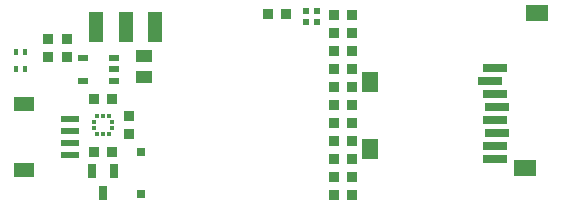
<source format=gbr>
%TF.GenerationSoftware,KiCad,Pcbnew,7.0.8*%
%TF.CreationDate,2024-01-05T08:02:46-05:00*%
%TF.ProjectId,weather-featherwing,77656174-6865-4722-9d66-656174686572,02*%
%TF.SameCoordinates,Original*%
%TF.FileFunction,Paste,Top*%
%TF.FilePolarity,Positive*%
%FSLAX46Y46*%
G04 Gerber Fmt 4.6, Leading zero omitted, Abs format (unit mm)*
G04 Created by KiCad (PCBNEW 7.0.8) date 2024-01-05 08:02:46*
%MOMM*%
%LPD*%
G01*
G04 APERTURE LIST*
%ADD10R,0.970000X0.871000*%
%ADD11R,0.820000X0.929000*%
%ADD12R,0.397000X0.350000*%
%ADD13R,0.350000X0.397000*%
%ADD14R,0.300000X0.500000*%
%ADD15R,2.000000X0.800000*%
%ADD16R,1.400000X1.800000*%
%ADD17R,1.900000X1.400000*%
%ADD18R,0.929000X0.820000*%
%ADD19R,1.550000X0.600000*%
%ADD20R,1.800000X1.200000*%
%ADD21R,0.871000X0.970000*%
%ADD22R,0.790000X0.760000*%
%ADD23R,1.465000X0.985000*%
%ADD24R,0.550000X0.550000*%
%ADD25R,1.200000X2.500000*%
%ADD26R,0.833000X0.609000*%
%ADD27R,0.645000X1.173000*%
G04 APERTURE END LIST*
D10*
%TO.C,C5*%
X117856000Y-103874000D03*
X117856000Y-102374000D03*
%TD*%
D11*
%TO.C,R5*%
X142120000Y-107950000D03*
X143630000Y-107950000D03*
%TD*%
D12*
%TO.C,U2*%
X121789000Y-109376400D03*
X121789000Y-109876400D03*
D13*
X122055000Y-110392400D03*
X122555000Y-110392400D03*
X123055000Y-110392400D03*
D12*
X123321000Y-109876400D03*
X123321000Y-109376400D03*
D13*
X123055000Y-108860400D03*
X122555000Y-108860400D03*
X122055000Y-108860400D03*
%TD*%
D14*
%TO.C,U3*%
X115170000Y-104840000D03*
X115970000Y-104840000D03*
X115970000Y-103440000D03*
X115170000Y-103440000D03*
%TD*%
D15*
%TO.C,J3*%
X155700000Y-104765000D03*
X155300000Y-105865000D03*
X155700000Y-106965000D03*
X155900000Y-108065000D03*
X155700000Y-109165000D03*
X155900000Y-110265000D03*
X155700000Y-111365000D03*
X155700000Y-112465000D03*
D16*
X145150000Y-111655000D03*
X145150000Y-105955000D03*
D17*
X158300000Y-113255000D03*
X159300000Y-100105000D03*
%TD*%
D18*
%TO.C,R10*%
X124714000Y-110381400D03*
X124714000Y-108871400D03*
%TD*%
D11*
%TO.C,R11*%
X123310000Y-111861600D03*
X121800000Y-111861600D03*
%TD*%
%TO.C,R4*%
X142120000Y-109474000D03*
X143630000Y-109474000D03*
%TD*%
%TO.C,R2*%
X142120000Y-112522000D03*
X143630000Y-112522000D03*
%TD*%
D19*
%TO.C,J4*%
X119730400Y-109115600D03*
X119730400Y-110115600D03*
X119730400Y-111115600D03*
X119730400Y-112115600D03*
D20*
X115855400Y-107815600D03*
X115855400Y-113415600D03*
%TD*%
D11*
%TO.C,R8*%
X142120000Y-101854000D03*
X143630000Y-101854000D03*
%TD*%
%TO.C,R12*%
X136532000Y-100203000D03*
X138042000Y-100203000D03*
%TD*%
D21*
%TO.C,C2*%
X142125000Y-115570000D03*
X143625000Y-115570000D03*
%TD*%
D22*
%TO.C,D1*%
X125730000Y-111860000D03*
X125730000Y-115470000D03*
%TD*%
D10*
%TO.C,C1*%
X119507000Y-103874000D03*
X119507000Y-102374000D03*
%TD*%
D11*
%TO.C,R1*%
X142120000Y-106426000D03*
X143630000Y-106426000D03*
%TD*%
D23*
%TO.C,L1*%
X125984000Y-103733000D03*
X125984000Y-105563000D03*
%TD*%
D24*
%TO.C,D2*%
X140683000Y-100932000D03*
X140683000Y-99982000D03*
X139733000Y-99982000D03*
X139733000Y-100932000D03*
%TD*%
D25*
%TO.C,SW1*%
X126960000Y-101302000D03*
X124460000Y-101302000D03*
X121960000Y-101302000D03*
%TD*%
D21*
%TO.C,C3*%
X142125000Y-114046000D03*
X143625000Y-114046000D03*
%TD*%
D11*
%TO.C,R7*%
X142120000Y-103378000D03*
X143630000Y-103378000D03*
%TD*%
D26*
%TO.C,U1*%
X123465000Y-105852000D03*
X123465000Y-104902000D03*
X123465000Y-103952000D03*
X120883000Y-103952000D03*
X120883000Y-105852000D03*
%TD*%
D27*
%TO.C,U4*%
X123505000Y-113488000D03*
X121605000Y-113488000D03*
X122555000Y-115366000D03*
%TD*%
D11*
%TO.C,R9*%
X142120000Y-100330000D03*
X143630000Y-100330000D03*
%TD*%
%TO.C,R6*%
X142120000Y-104902000D03*
X143630000Y-104902000D03*
%TD*%
%TO.C,R3*%
X142120000Y-110998000D03*
X143630000Y-110998000D03*
%TD*%
D21*
%TO.C,C4*%
X121805000Y-107442000D03*
X123305000Y-107442000D03*
%TD*%
M02*

</source>
